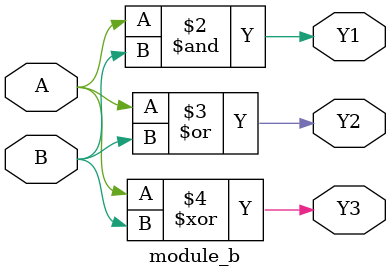
<source format=sv>
module module_b (
	input logic A, B,
	output logic Y1, Y2, Y3
);
	always_comb begin
		Y1 = A & B;
		Y2 = A | B;
		Y3 = A ^ B;
	end
endmodule
</source>
